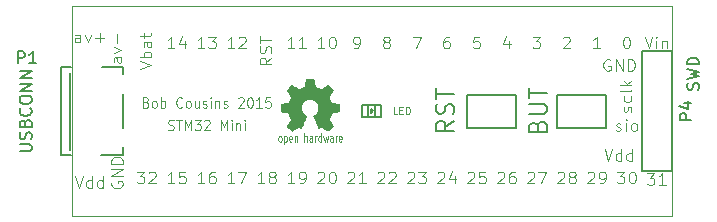
<source format=gto>
G04 (created by PCBNEW (2013-07-07 BZR 4022)-stable) date 03/01/2015 14:14:57*
%MOIN*%
G04 Gerber Fmt 3.4, Leading zero omitted, Abs format*
%FSLAX34Y34*%
G01*
G70*
G90*
G04 APERTURE LIST*
%ADD10C,0.00590551*%
%ADD11C,0.00393701*%
%ADD12C,0.0039*%
%ADD13C,0.008*%
%ADD14C,0.005*%
%ADD15C,0.00295276*%
%ADD16C,0.0001*%
%ADD17C,0.0047*%
G04 APERTURE END LIST*
G54D10*
G54D11*
X112Y1334D02*
X243Y940D01*
X375Y1334D01*
X674Y940D02*
X674Y1334D01*
X674Y959D02*
X637Y940D01*
X562Y940D01*
X525Y959D01*
X506Y978D01*
X487Y1015D01*
X487Y1128D01*
X506Y1165D01*
X525Y1184D01*
X562Y1203D01*
X637Y1203D01*
X674Y1184D01*
X1031Y940D02*
X1031Y1334D01*
X1031Y959D02*
X993Y940D01*
X918Y940D01*
X881Y959D01*
X862Y978D01*
X843Y1015D01*
X843Y1128D01*
X862Y1165D01*
X881Y1184D01*
X918Y1203D01*
X993Y1203D01*
X1031Y1184D01*
X1334Y1150D02*
X1315Y1112D01*
X1315Y1056D01*
X1334Y1000D01*
X1371Y962D01*
X1409Y943D01*
X1484Y925D01*
X1540Y925D01*
X1615Y943D01*
X1653Y962D01*
X1690Y1000D01*
X1709Y1056D01*
X1709Y1093D01*
X1690Y1150D01*
X1671Y1168D01*
X1540Y1168D01*
X1540Y1093D01*
X1709Y1337D02*
X1315Y1337D01*
X1709Y1562D01*
X1315Y1562D01*
X1709Y1749D02*
X1315Y1749D01*
X1315Y1843D01*
X1334Y1899D01*
X1371Y1937D01*
X1409Y1956D01*
X1484Y1974D01*
X1540Y1974D01*
X1615Y1956D01*
X1653Y1937D01*
X1690Y1899D01*
X1709Y1843D01*
X1709Y1749D01*
X2181Y1484D02*
X2425Y1484D01*
X2293Y1334D01*
X2350Y1334D01*
X2387Y1315D01*
X2406Y1296D01*
X2425Y1259D01*
X2425Y1165D01*
X2406Y1128D01*
X2387Y1109D01*
X2350Y1090D01*
X2237Y1090D01*
X2200Y1109D01*
X2181Y1128D01*
X2574Y1446D02*
X2593Y1465D01*
X2631Y1484D01*
X2724Y1484D01*
X2762Y1465D01*
X2781Y1446D01*
X2799Y1409D01*
X2799Y1371D01*
X2781Y1315D01*
X2556Y1090D01*
X2799Y1090D01*
X3425Y1090D02*
X3200Y1090D01*
X3312Y1090D02*
X3312Y1484D01*
X3275Y1428D01*
X3237Y1390D01*
X3200Y1371D01*
X3781Y1484D02*
X3593Y1484D01*
X3574Y1296D01*
X3593Y1315D01*
X3631Y1334D01*
X3724Y1334D01*
X3762Y1315D01*
X3781Y1296D01*
X3799Y1259D01*
X3799Y1165D01*
X3781Y1128D01*
X3762Y1109D01*
X3724Y1090D01*
X3631Y1090D01*
X3593Y1109D01*
X3574Y1128D01*
X4425Y1090D02*
X4200Y1090D01*
X4312Y1090D02*
X4312Y1484D01*
X4275Y1428D01*
X4237Y1390D01*
X4200Y1371D01*
X4762Y1484D02*
X4687Y1484D01*
X4649Y1465D01*
X4631Y1446D01*
X4593Y1390D01*
X4574Y1315D01*
X4574Y1165D01*
X4593Y1128D01*
X4612Y1109D01*
X4649Y1090D01*
X4724Y1090D01*
X4762Y1109D01*
X4781Y1128D01*
X4799Y1165D01*
X4799Y1259D01*
X4781Y1296D01*
X4762Y1315D01*
X4724Y1334D01*
X4649Y1334D01*
X4612Y1315D01*
X4593Y1296D01*
X4574Y1259D01*
X5425Y1090D02*
X5200Y1090D01*
X5312Y1090D02*
X5312Y1484D01*
X5275Y1428D01*
X5237Y1390D01*
X5200Y1371D01*
X5556Y1484D02*
X5818Y1484D01*
X5649Y1090D01*
X6425Y1090D02*
X6200Y1090D01*
X6312Y1090D02*
X6312Y1484D01*
X6275Y1428D01*
X6237Y1390D01*
X6200Y1371D01*
X6649Y1315D02*
X6612Y1334D01*
X6593Y1353D01*
X6574Y1390D01*
X6574Y1409D01*
X6593Y1446D01*
X6612Y1465D01*
X6649Y1484D01*
X6724Y1484D01*
X6762Y1465D01*
X6781Y1446D01*
X6799Y1409D01*
X6799Y1390D01*
X6781Y1353D01*
X6762Y1334D01*
X6724Y1315D01*
X6649Y1315D01*
X6612Y1296D01*
X6593Y1278D01*
X6574Y1240D01*
X6574Y1165D01*
X6593Y1128D01*
X6612Y1109D01*
X6649Y1090D01*
X6724Y1090D01*
X6762Y1109D01*
X6781Y1128D01*
X6799Y1165D01*
X6799Y1240D01*
X6781Y1278D01*
X6762Y1296D01*
X6724Y1315D01*
X7425Y1090D02*
X7200Y1090D01*
X7312Y1090D02*
X7312Y1484D01*
X7275Y1428D01*
X7237Y1390D01*
X7200Y1371D01*
X7612Y1090D02*
X7687Y1090D01*
X7724Y1109D01*
X7743Y1128D01*
X7781Y1184D01*
X7799Y1259D01*
X7799Y1409D01*
X7781Y1446D01*
X7762Y1465D01*
X7724Y1484D01*
X7649Y1484D01*
X7612Y1465D01*
X7593Y1446D01*
X7574Y1409D01*
X7574Y1315D01*
X7593Y1278D01*
X7612Y1259D01*
X7649Y1240D01*
X7724Y1240D01*
X7762Y1259D01*
X7781Y1278D01*
X7799Y1315D01*
X8200Y1446D02*
X8218Y1465D01*
X8256Y1484D01*
X8350Y1484D01*
X8387Y1465D01*
X8406Y1446D01*
X8425Y1409D01*
X8425Y1371D01*
X8406Y1315D01*
X8181Y1090D01*
X8425Y1090D01*
X8668Y1484D02*
X8706Y1484D01*
X8743Y1465D01*
X8762Y1446D01*
X8781Y1409D01*
X8799Y1334D01*
X8799Y1240D01*
X8781Y1165D01*
X8762Y1128D01*
X8743Y1109D01*
X8706Y1090D01*
X8668Y1090D01*
X8631Y1109D01*
X8612Y1128D01*
X8593Y1165D01*
X8574Y1240D01*
X8574Y1334D01*
X8593Y1409D01*
X8612Y1446D01*
X8631Y1465D01*
X8668Y1484D01*
X9200Y1446D02*
X9218Y1465D01*
X9256Y1484D01*
X9350Y1484D01*
X9387Y1465D01*
X9406Y1446D01*
X9425Y1409D01*
X9425Y1371D01*
X9406Y1315D01*
X9181Y1090D01*
X9425Y1090D01*
X9799Y1090D02*
X9574Y1090D01*
X9687Y1090D02*
X9687Y1484D01*
X9649Y1428D01*
X9612Y1390D01*
X9574Y1371D01*
X10200Y1446D02*
X10218Y1465D01*
X10256Y1484D01*
X10350Y1484D01*
X10387Y1465D01*
X10406Y1446D01*
X10425Y1409D01*
X10425Y1371D01*
X10406Y1315D01*
X10181Y1090D01*
X10425Y1090D01*
X10574Y1446D02*
X10593Y1465D01*
X10631Y1484D01*
X10724Y1484D01*
X10762Y1465D01*
X10781Y1446D01*
X10799Y1409D01*
X10799Y1371D01*
X10781Y1315D01*
X10556Y1090D01*
X10799Y1090D01*
X11200Y1446D02*
X11218Y1465D01*
X11256Y1484D01*
X11350Y1484D01*
X11387Y1465D01*
X11406Y1446D01*
X11425Y1409D01*
X11425Y1371D01*
X11406Y1315D01*
X11181Y1090D01*
X11425Y1090D01*
X11556Y1484D02*
X11799Y1484D01*
X11668Y1334D01*
X11724Y1334D01*
X11762Y1315D01*
X11781Y1296D01*
X11799Y1259D01*
X11799Y1165D01*
X11781Y1128D01*
X11762Y1109D01*
X11724Y1090D01*
X11612Y1090D01*
X11574Y1109D01*
X11556Y1128D01*
X12200Y1446D02*
X12218Y1465D01*
X12256Y1484D01*
X12350Y1484D01*
X12387Y1465D01*
X12406Y1446D01*
X12425Y1409D01*
X12425Y1371D01*
X12406Y1315D01*
X12181Y1090D01*
X12425Y1090D01*
X12762Y1353D02*
X12762Y1090D01*
X12668Y1503D02*
X12574Y1221D01*
X12818Y1221D01*
X13200Y1446D02*
X13218Y1465D01*
X13256Y1484D01*
X13350Y1484D01*
X13387Y1465D01*
X13406Y1446D01*
X13425Y1409D01*
X13425Y1371D01*
X13406Y1315D01*
X13181Y1090D01*
X13425Y1090D01*
X13781Y1484D02*
X13593Y1484D01*
X13574Y1296D01*
X13593Y1315D01*
X13631Y1334D01*
X13724Y1334D01*
X13762Y1315D01*
X13781Y1296D01*
X13799Y1259D01*
X13799Y1165D01*
X13781Y1128D01*
X13762Y1109D01*
X13724Y1090D01*
X13631Y1090D01*
X13593Y1109D01*
X13574Y1128D01*
X14200Y1446D02*
X14218Y1465D01*
X14256Y1484D01*
X14350Y1484D01*
X14387Y1465D01*
X14406Y1446D01*
X14425Y1409D01*
X14425Y1371D01*
X14406Y1315D01*
X14181Y1090D01*
X14425Y1090D01*
X14762Y1484D02*
X14687Y1484D01*
X14649Y1465D01*
X14631Y1446D01*
X14593Y1390D01*
X14574Y1315D01*
X14574Y1165D01*
X14593Y1128D01*
X14612Y1109D01*
X14649Y1090D01*
X14724Y1090D01*
X14762Y1109D01*
X14781Y1128D01*
X14799Y1165D01*
X14799Y1259D01*
X14781Y1296D01*
X14762Y1315D01*
X14724Y1334D01*
X14649Y1334D01*
X14612Y1315D01*
X14593Y1296D01*
X14574Y1259D01*
X15200Y1446D02*
X15218Y1465D01*
X15256Y1484D01*
X15350Y1484D01*
X15387Y1465D01*
X15406Y1446D01*
X15425Y1409D01*
X15425Y1371D01*
X15406Y1315D01*
X15181Y1090D01*
X15425Y1090D01*
X15556Y1484D02*
X15818Y1484D01*
X15649Y1090D01*
X16200Y1446D02*
X16218Y1465D01*
X16256Y1484D01*
X16350Y1484D01*
X16387Y1465D01*
X16406Y1446D01*
X16425Y1409D01*
X16425Y1371D01*
X16406Y1315D01*
X16181Y1090D01*
X16425Y1090D01*
X16649Y1315D02*
X16612Y1334D01*
X16593Y1353D01*
X16574Y1390D01*
X16574Y1409D01*
X16593Y1446D01*
X16612Y1465D01*
X16649Y1484D01*
X16724Y1484D01*
X16762Y1465D01*
X16781Y1446D01*
X16799Y1409D01*
X16799Y1390D01*
X16781Y1353D01*
X16762Y1334D01*
X16724Y1315D01*
X16649Y1315D01*
X16612Y1296D01*
X16593Y1278D01*
X16574Y1240D01*
X16574Y1165D01*
X16593Y1128D01*
X16612Y1109D01*
X16649Y1090D01*
X16724Y1090D01*
X16762Y1109D01*
X16781Y1128D01*
X16799Y1165D01*
X16799Y1240D01*
X16781Y1278D01*
X16762Y1296D01*
X16724Y1315D01*
X17200Y1446D02*
X17218Y1465D01*
X17256Y1484D01*
X17350Y1484D01*
X17387Y1465D01*
X17406Y1446D01*
X17425Y1409D01*
X17425Y1371D01*
X17406Y1315D01*
X17181Y1090D01*
X17425Y1090D01*
X17612Y1090D02*
X17687Y1090D01*
X17724Y1109D01*
X17743Y1128D01*
X17781Y1184D01*
X17799Y1259D01*
X17799Y1409D01*
X17781Y1446D01*
X17762Y1465D01*
X17724Y1484D01*
X17649Y1484D01*
X17612Y1465D01*
X17593Y1446D01*
X17574Y1409D01*
X17574Y1315D01*
X17593Y1278D01*
X17612Y1259D01*
X17649Y1240D01*
X17724Y1240D01*
X17762Y1259D01*
X17781Y1278D01*
X17799Y1315D01*
X18181Y1484D02*
X18425Y1484D01*
X18293Y1334D01*
X18350Y1334D01*
X18387Y1315D01*
X18406Y1296D01*
X18425Y1259D01*
X18425Y1165D01*
X18406Y1128D01*
X18387Y1109D01*
X18350Y1090D01*
X18237Y1090D01*
X18200Y1109D01*
X18181Y1128D01*
X18668Y1484D02*
X18706Y1484D01*
X18743Y1465D01*
X18762Y1446D01*
X18781Y1409D01*
X18799Y1334D01*
X18799Y1240D01*
X18781Y1165D01*
X18762Y1128D01*
X18743Y1109D01*
X18706Y1090D01*
X18668Y1090D01*
X18631Y1109D01*
X18612Y1128D01*
X18593Y1165D01*
X18574Y1240D01*
X18574Y1334D01*
X18593Y1409D01*
X18612Y1446D01*
X18631Y1465D01*
X18668Y1484D01*
X19181Y1434D02*
X19425Y1434D01*
X19293Y1284D01*
X19350Y1284D01*
X19387Y1265D01*
X19406Y1246D01*
X19425Y1209D01*
X19425Y1115D01*
X19406Y1078D01*
X19387Y1059D01*
X19350Y1040D01*
X19237Y1040D01*
X19200Y1059D01*
X19181Y1078D01*
X19799Y1040D02*
X19574Y1040D01*
X19687Y1040D02*
X19687Y1434D01*
X19649Y1378D01*
X19612Y1340D01*
X19574Y1321D01*
X17762Y2234D02*
X17893Y1840D01*
X18025Y2234D01*
X18324Y1840D02*
X18324Y2234D01*
X18324Y1859D02*
X18287Y1840D01*
X18212Y1840D01*
X18175Y1859D01*
X18156Y1878D01*
X18137Y1915D01*
X18137Y2028D01*
X18156Y2065D01*
X18175Y2084D01*
X18212Y2103D01*
X18287Y2103D01*
X18324Y2084D01*
X18681Y1840D02*
X18681Y2234D01*
X18681Y1859D02*
X18643Y1840D01*
X18568Y1840D01*
X18531Y1859D01*
X18512Y1878D01*
X18493Y1915D01*
X18493Y2028D01*
X18512Y2065D01*
X18531Y2084D01*
X18568Y2103D01*
X18643Y2103D01*
X18681Y2084D01*
X18143Y2859D02*
X18181Y2840D01*
X18256Y2840D01*
X18293Y2859D01*
X18312Y2896D01*
X18312Y2915D01*
X18293Y2953D01*
X18256Y2971D01*
X18200Y2971D01*
X18162Y2990D01*
X18143Y3028D01*
X18143Y3046D01*
X18162Y3084D01*
X18200Y3103D01*
X18256Y3103D01*
X18293Y3084D01*
X18481Y2840D02*
X18481Y3103D01*
X18481Y3234D02*
X18462Y3215D01*
X18481Y3196D01*
X18500Y3215D01*
X18481Y3234D01*
X18481Y3196D01*
X18724Y2840D02*
X18687Y2859D01*
X18668Y2878D01*
X18649Y2915D01*
X18649Y3028D01*
X18668Y3065D01*
X18687Y3084D01*
X18724Y3103D01*
X18781Y3103D01*
X18818Y3084D01*
X18837Y3065D01*
X18856Y3028D01*
X18856Y2915D01*
X18837Y2878D01*
X18818Y2859D01*
X18781Y2840D01*
X18724Y2840D01*
X18640Y3484D02*
X18659Y3521D01*
X18659Y3596D01*
X18640Y3634D01*
X18603Y3653D01*
X18584Y3653D01*
X18546Y3634D01*
X18528Y3596D01*
X18528Y3540D01*
X18509Y3503D01*
X18471Y3484D01*
X18453Y3484D01*
X18415Y3503D01*
X18396Y3540D01*
X18396Y3596D01*
X18415Y3634D01*
X18640Y3990D02*
X18659Y3953D01*
X18659Y3878D01*
X18640Y3840D01*
X18621Y3821D01*
X18584Y3803D01*
X18471Y3803D01*
X18434Y3821D01*
X18415Y3840D01*
X18396Y3878D01*
X18396Y3953D01*
X18415Y3990D01*
X18659Y4215D02*
X18640Y4178D01*
X18603Y4159D01*
X18265Y4159D01*
X18659Y4365D02*
X18265Y4365D01*
X18509Y4403D02*
X18659Y4515D01*
X18396Y4515D02*
X18546Y4365D01*
X17950Y5215D02*
X17912Y5234D01*
X17856Y5234D01*
X17800Y5215D01*
X17762Y5178D01*
X17743Y5140D01*
X17725Y5065D01*
X17725Y5009D01*
X17743Y4934D01*
X17762Y4896D01*
X17800Y4859D01*
X17856Y4840D01*
X17893Y4840D01*
X17950Y4859D01*
X17968Y4878D01*
X17968Y5009D01*
X17893Y5009D01*
X18137Y4840D02*
X18137Y5234D01*
X18362Y4840D01*
X18362Y5234D01*
X18549Y4840D02*
X18549Y5234D01*
X18643Y5234D01*
X18699Y5215D01*
X18737Y5178D01*
X18756Y5140D01*
X18774Y5065D01*
X18774Y5009D01*
X18756Y4934D01*
X18737Y4896D01*
X18699Y4859D01*
X18643Y4840D01*
X18549Y4840D01*
X19096Y5984D02*
X19228Y5590D01*
X19359Y5984D01*
X19490Y5590D02*
X19490Y5853D01*
X19490Y5984D02*
X19471Y5965D01*
X19490Y5946D01*
X19509Y5965D01*
X19490Y5984D01*
X19490Y5946D01*
X19678Y5853D02*
X19678Y5590D01*
X19678Y5815D02*
X19696Y5834D01*
X19734Y5853D01*
X19790Y5853D01*
X19828Y5834D01*
X19846Y5796D01*
X19846Y5590D01*
X18481Y5984D02*
X18518Y5984D01*
X18556Y5965D01*
X18574Y5946D01*
X18593Y5909D01*
X18612Y5834D01*
X18612Y5740D01*
X18593Y5665D01*
X18574Y5628D01*
X18556Y5609D01*
X18518Y5590D01*
X18481Y5590D01*
X18443Y5609D01*
X18425Y5628D01*
X18406Y5665D01*
X18387Y5740D01*
X18387Y5834D01*
X18406Y5909D01*
X18425Y5946D01*
X18443Y5965D01*
X18481Y5984D01*
X17612Y5590D02*
X17387Y5590D01*
X17500Y5590D02*
X17500Y5984D01*
X17462Y5928D01*
X17425Y5890D01*
X17387Y5871D01*
X16387Y5946D02*
X16406Y5965D01*
X16443Y5984D01*
X16537Y5984D01*
X16574Y5965D01*
X16593Y5946D01*
X16612Y5909D01*
X16612Y5871D01*
X16593Y5815D01*
X16368Y5590D01*
X16612Y5590D01*
X15368Y5984D02*
X15612Y5984D01*
X15481Y5834D01*
X15537Y5834D01*
X15574Y5815D01*
X15593Y5796D01*
X15612Y5759D01*
X15612Y5665D01*
X15593Y5628D01*
X15574Y5609D01*
X15537Y5590D01*
X15425Y5590D01*
X15387Y5609D01*
X15368Y5628D01*
X14574Y5853D02*
X14574Y5590D01*
X14481Y6003D02*
X14387Y5721D01*
X14631Y5721D01*
X13593Y5984D02*
X13406Y5984D01*
X13387Y5796D01*
X13406Y5815D01*
X13443Y5834D01*
X13537Y5834D01*
X13574Y5815D01*
X13593Y5796D01*
X13612Y5759D01*
X13612Y5665D01*
X13593Y5628D01*
X13574Y5609D01*
X13537Y5590D01*
X13443Y5590D01*
X13406Y5609D01*
X13387Y5628D01*
X12574Y5984D02*
X12500Y5984D01*
X12462Y5965D01*
X12443Y5946D01*
X12406Y5890D01*
X12387Y5815D01*
X12387Y5665D01*
X12406Y5628D01*
X12425Y5609D01*
X12462Y5590D01*
X12537Y5590D01*
X12574Y5609D01*
X12593Y5628D01*
X12612Y5665D01*
X12612Y5759D01*
X12593Y5796D01*
X12574Y5815D01*
X12537Y5834D01*
X12462Y5834D01*
X12425Y5815D01*
X12406Y5796D01*
X12387Y5759D01*
X11368Y5984D02*
X11631Y5984D01*
X11462Y5590D01*
X10462Y5815D02*
X10425Y5834D01*
X10406Y5853D01*
X10387Y5890D01*
X10387Y5909D01*
X10406Y5946D01*
X10425Y5965D01*
X10462Y5984D01*
X10537Y5984D01*
X10574Y5965D01*
X10593Y5946D01*
X10612Y5909D01*
X10612Y5890D01*
X10593Y5853D01*
X10574Y5834D01*
X10537Y5815D01*
X10462Y5815D01*
X10425Y5796D01*
X10406Y5778D01*
X10387Y5740D01*
X10387Y5665D01*
X10406Y5628D01*
X10425Y5609D01*
X10462Y5590D01*
X10537Y5590D01*
X10574Y5609D01*
X10593Y5628D01*
X10612Y5665D01*
X10612Y5740D01*
X10593Y5778D01*
X10574Y5796D01*
X10537Y5815D01*
X9425Y5590D02*
X9500Y5590D01*
X9537Y5609D01*
X9556Y5628D01*
X9593Y5684D01*
X9612Y5759D01*
X9612Y5909D01*
X9593Y5946D01*
X9574Y5965D01*
X9537Y5984D01*
X9462Y5984D01*
X9425Y5965D01*
X9406Y5946D01*
X9387Y5909D01*
X9387Y5815D01*
X9406Y5778D01*
X9425Y5759D01*
X9462Y5740D01*
X9537Y5740D01*
X9574Y5759D01*
X9593Y5778D01*
X9612Y5815D01*
X8425Y5590D02*
X8200Y5590D01*
X8312Y5590D02*
X8312Y5984D01*
X8275Y5928D01*
X8237Y5890D01*
X8200Y5871D01*
X8668Y5984D02*
X8706Y5984D01*
X8743Y5965D01*
X8762Y5946D01*
X8781Y5909D01*
X8799Y5834D01*
X8799Y5740D01*
X8781Y5665D01*
X8762Y5628D01*
X8743Y5609D01*
X8706Y5590D01*
X8668Y5590D01*
X8631Y5609D01*
X8612Y5628D01*
X8593Y5665D01*
X8574Y5740D01*
X8574Y5834D01*
X8593Y5909D01*
X8612Y5946D01*
X8631Y5965D01*
X8668Y5984D01*
X7425Y5590D02*
X7200Y5590D01*
X7312Y5590D02*
X7312Y5984D01*
X7275Y5928D01*
X7237Y5890D01*
X7200Y5871D01*
X7799Y5590D02*
X7574Y5590D01*
X7687Y5590D02*
X7687Y5984D01*
X7649Y5928D01*
X7612Y5890D01*
X7574Y5871D01*
X6659Y5284D02*
X6471Y5153D01*
X6659Y5059D02*
X6265Y5059D01*
X6265Y5209D01*
X6284Y5246D01*
X6303Y5265D01*
X6340Y5284D01*
X6396Y5284D01*
X6434Y5265D01*
X6453Y5246D01*
X6471Y5209D01*
X6471Y5059D01*
X6640Y5434D02*
X6659Y5490D01*
X6659Y5584D01*
X6640Y5621D01*
X6621Y5640D01*
X6584Y5659D01*
X6546Y5659D01*
X6509Y5640D01*
X6490Y5621D01*
X6471Y5584D01*
X6453Y5509D01*
X6434Y5471D01*
X6415Y5453D01*
X6378Y5434D01*
X6340Y5434D01*
X6303Y5453D01*
X6284Y5471D01*
X6265Y5509D01*
X6265Y5603D01*
X6284Y5659D01*
X6265Y5771D02*
X6265Y5996D01*
X6659Y5884D02*
X6265Y5884D01*
X5425Y5590D02*
X5200Y5590D01*
X5312Y5590D02*
X5312Y5984D01*
X5275Y5928D01*
X5237Y5890D01*
X5200Y5871D01*
X5574Y5946D02*
X5593Y5965D01*
X5631Y5984D01*
X5724Y5984D01*
X5762Y5965D01*
X5781Y5946D01*
X5799Y5909D01*
X5799Y5871D01*
X5781Y5815D01*
X5556Y5590D01*
X5799Y5590D01*
X4425Y5590D02*
X4200Y5590D01*
X4312Y5590D02*
X4312Y5984D01*
X4275Y5928D01*
X4237Y5890D01*
X4200Y5871D01*
X4556Y5984D02*
X4799Y5984D01*
X4668Y5834D01*
X4724Y5834D01*
X4762Y5815D01*
X4781Y5796D01*
X4799Y5759D01*
X4799Y5665D01*
X4781Y5628D01*
X4762Y5609D01*
X4724Y5590D01*
X4612Y5590D01*
X4574Y5609D01*
X4556Y5628D01*
X3425Y5590D02*
X3200Y5590D01*
X3312Y5590D02*
X3312Y5984D01*
X3275Y5928D01*
X3237Y5890D01*
X3200Y5871D01*
X3762Y5853D02*
X3762Y5590D01*
X3668Y6003D02*
X3574Y5721D01*
X3818Y5721D01*
X2265Y4900D02*
X2659Y5031D01*
X2265Y5162D01*
X2659Y5293D02*
X2265Y5293D01*
X2415Y5293D02*
X2396Y5331D01*
X2396Y5406D01*
X2415Y5443D01*
X2434Y5462D01*
X2471Y5481D01*
X2584Y5481D01*
X2621Y5462D01*
X2640Y5443D01*
X2659Y5406D01*
X2659Y5331D01*
X2640Y5293D01*
X2659Y5818D02*
X2453Y5818D01*
X2415Y5799D01*
X2396Y5762D01*
X2396Y5687D01*
X2415Y5649D01*
X2640Y5818D02*
X2659Y5781D01*
X2659Y5687D01*
X2640Y5649D01*
X2603Y5631D01*
X2565Y5631D01*
X2528Y5649D01*
X2509Y5687D01*
X2509Y5781D01*
X2490Y5818D01*
X2396Y5949D02*
X2396Y6099D01*
X2265Y6006D02*
X2603Y6006D01*
X2640Y6024D01*
X2659Y6062D01*
X2659Y6099D01*
X1659Y5290D02*
X1453Y5290D01*
X1415Y5271D01*
X1396Y5234D01*
X1396Y5159D01*
X1415Y5121D01*
X1640Y5290D02*
X1659Y5253D01*
X1659Y5159D01*
X1640Y5121D01*
X1603Y5103D01*
X1565Y5103D01*
X1528Y5121D01*
X1509Y5159D01*
X1509Y5253D01*
X1490Y5290D01*
X1396Y5440D02*
X1659Y5534D01*
X1396Y5628D01*
X1509Y5778D02*
X1509Y6078D01*
X290Y5790D02*
X290Y5996D01*
X271Y6034D01*
X234Y6053D01*
X159Y6053D01*
X121Y6034D01*
X290Y5809D02*
X253Y5790D01*
X159Y5790D01*
X121Y5809D01*
X103Y5846D01*
X103Y5884D01*
X121Y5921D01*
X159Y5940D01*
X253Y5940D01*
X290Y5959D01*
X440Y6053D02*
X534Y5790D01*
X628Y6053D01*
X778Y5940D02*
X1078Y5940D01*
X928Y5790D02*
X928Y6090D01*
X0Y7000D02*
X0Y0D01*
X20000Y7000D02*
X0Y7000D01*
X20000Y0D02*
X20000Y7000D01*
X0Y0D02*
X20000Y0D01*
G54D12*
X2482Y3792D02*
X2527Y3775D01*
X2542Y3758D01*
X2557Y3724D01*
X2557Y3674D01*
X2542Y3640D01*
X2527Y3623D01*
X2497Y3606D01*
X2377Y3606D01*
X2377Y3960D01*
X2482Y3960D01*
X2512Y3943D01*
X2527Y3927D01*
X2542Y3893D01*
X2542Y3859D01*
X2527Y3825D01*
X2512Y3809D01*
X2482Y3792D01*
X2377Y3792D01*
X2737Y3606D02*
X2707Y3623D01*
X2692Y3640D01*
X2677Y3674D01*
X2677Y3775D01*
X2692Y3809D01*
X2707Y3825D01*
X2737Y3842D01*
X2782Y3842D01*
X2812Y3825D01*
X2827Y3809D01*
X2842Y3775D01*
X2842Y3674D01*
X2827Y3640D01*
X2812Y3623D01*
X2782Y3606D01*
X2737Y3606D01*
X2977Y3606D02*
X2977Y3960D01*
X2977Y3825D02*
X3007Y3842D01*
X3067Y3842D01*
X3097Y3825D01*
X3112Y3809D01*
X3127Y3775D01*
X3127Y3674D01*
X3112Y3640D01*
X3097Y3623D01*
X3067Y3606D01*
X3007Y3606D01*
X2977Y3623D01*
X3682Y3640D02*
X3667Y3623D01*
X3622Y3606D01*
X3592Y3606D01*
X3547Y3623D01*
X3517Y3657D01*
X3502Y3691D01*
X3487Y3758D01*
X3487Y3809D01*
X3502Y3876D01*
X3517Y3910D01*
X3547Y3943D01*
X3592Y3960D01*
X3622Y3960D01*
X3667Y3943D01*
X3682Y3927D01*
X3862Y3606D02*
X3832Y3623D01*
X3817Y3640D01*
X3802Y3674D01*
X3802Y3775D01*
X3817Y3809D01*
X3832Y3825D01*
X3862Y3842D01*
X3907Y3842D01*
X3937Y3825D01*
X3952Y3809D01*
X3967Y3775D01*
X3967Y3674D01*
X3952Y3640D01*
X3937Y3623D01*
X3907Y3606D01*
X3862Y3606D01*
X4237Y3842D02*
X4237Y3606D01*
X4102Y3842D02*
X4102Y3657D01*
X4117Y3623D01*
X4147Y3606D01*
X4192Y3606D01*
X4222Y3623D01*
X4237Y3640D01*
X4372Y3623D02*
X4402Y3606D01*
X4462Y3606D01*
X4492Y3623D01*
X4507Y3657D01*
X4507Y3674D01*
X4492Y3707D01*
X4462Y3724D01*
X4417Y3724D01*
X4387Y3741D01*
X4372Y3775D01*
X4372Y3792D01*
X4387Y3825D01*
X4417Y3842D01*
X4462Y3842D01*
X4492Y3825D01*
X4642Y3606D02*
X4642Y3842D01*
X4642Y3960D02*
X4627Y3943D01*
X4642Y3927D01*
X4657Y3943D01*
X4642Y3960D01*
X4642Y3927D01*
X4792Y3842D02*
X4792Y3606D01*
X4792Y3809D02*
X4807Y3825D01*
X4837Y3842D01*
X4882Y3842D01*
X4912Y3825D01*
X4927Y3792D01*
X4927Y3606D01*
X5062Y3623D02*
X5092Y3606D01*
X5152Y3606D01*
X5182Y3623D01*
X5197Y3657D01*
X5197Y3674D01*
X5182Y3707D01*
X5152Y3724D01*
X5107Y3724D01*
X5077Y3741D01*
X5062Y3775D01*
X5062Y3792D01*
X5077Y3825D01*
X5107Y3842D01*
X5152Y3842D01*
X5182Y3825D01*
X5557Y3927D02*
X5572Y3943D01*
X5602Y3960D01*
X5677Y3960D01*
X5707Y3943D01*
X5722Y3927D01*
X5737Y3893D01*
X5737Y3859D01*
X5722Y3809D01*
X5542Y3606D01*
X5737Y3606D01*
X5932Y3960D02*
X5962Y3960D01*
X5992Y3943D01*
X6007Y3927D01*
X6022Y3893D01*
X6037Y3825D01*
X6037Y3741D01*
X6022Y3674D01*
X6007Y3640D01*
X5992Y3623D01*
X5962Y3606D01*
X5932Y3606D01*
X5902Y3623D01*
X5887Y3640D01*
X5872Y3674D01*
X5857Y3741D01*
X5857Y3825D01*
X5872Y3893D01*
X5887Y3927D01*
X5902Y3943D01*
X5932Y3960D01*
X6337Y3606D02*
X6157Y3606D01*
X6247Y3606D02*
X6247Y3960D01*
X6217Y3910D01*
X6187Y3876D01*
X6157Y3859D01*
X6622Y3960D02*
X6472Y3960D01*
X6457Y3792D01*
X6472Y3809D01*
X6502Y3825D01*
X6577Y3825D01*
X6607Y3809D01*
X6622Y3792D01*
X6637Y3758D01*
X6637Y3674D01*
X6622Y3640D01*
X6607Y3623D01*
X6577Y3606D01*
X6502Y3606D01*
X6472Y3623D01*
X6457Y3640D01*
X3217Y2873D02*
X3262Y2856D01*
X3337Y2856D01*
X3367Y2873D01*
X3382Y2890D01*
X3397Y2924D01*
X3397Y2957D01*
X3382Y2991D01*
X3367Y3008D01*
X3337Y3025D01*
X3277Y3042D01*
X3247Y3059D01*
X3232Y3075D01*
X3217Y3109D01*
X3217Y3143D01*
X3232Y3177D01*
X3247Y3193D01*
X3277Y3210D01*
X3352Y3210D01*
X3397Y3193D01*
X3487Y3210D02*
X3667Y3210D01*
X3577Y2856D02*
X3577Y3210D01*
X3772Y2856D02*
X3772Y3210D01*
X3877Y2957D01*
X3982Y3210D01*
X3982Y2856D01*
X4102Y3210D02*
X4297Y3210D01*
X4192Y3075D01*
X4237Y3075D01*
X4267Y3059D01*
X4282Y3042D01*
X4297Y3008D01*
X4297Y2924D01*
X4282Y2890D01*
X4267Y2873D01*
X4237Y2856D01*
X4147Y2856D01*
X4117Y2873D01*
X4102Y2890D01*
X4417Y3177D02*
X4432Y3193D01*
X4462Y3210D01*
X4537Y3210D01*
X4567Y3193D01*
X4582Y3177D01*
X4597Y3143D01*
X4597Y3109D01*
X4582Y3059D01*
X4402Y2856D01*
X4597Y2856D01*
X4972Y2856D02*
X4972Y3210D01*
X5077Y2957D01*
X5182Y3210D01*
X5182Y2856D01*
X5332Y2856D02*
X5332Y3092D01*
X5332Y3210D02*
X5317Y3193D01*
X5332Y3177D01*
X5347Y3193D01*
X5332Y3210D01*
X5332Y3177D01*
X5482Y3092D02*
X5482Y2856D01*
X5482Y3059D02*
X5497Y3075D01*
X5527Y3092D01*
X5572Y3092D01*
X5602Y3075D01*
X5617Y3042D01*
X5617Y2856D01*
X5767Y2856D02*
X5767Y3092D01*
X5767Y3210D02*
X5752Y3193D01*
X5767Y3177D01*
X5782Y3193D01*
X5767Y3210D01*
X5767Y3177D01*
G54D10*
X17826Y2948D02*
X17826Y4051D01*
X17826Y4051D02*
X16173Y4051D01*
X16173Y4051D02*
X16173Y2948D01*
X17826Y2948D02*
X16173Y2948D01*
X13173Y4051D02*
X13173Y2948D01*
X13173Y2948D02*
X14826Y2948D01*
X14826Y2948D02*
X14826Y4051D01*
X13173Y4051D02*
X14826Y4051D01*
X19000Y5500D02*
X19000Y1500D01*
X19000Y1500D02*
X20000Y1500D01*
X20000Y1500D02*
X20000Y5500D01*
X20000Y5500D02*
X19000Y5500D01*
G54D13*
X-71Y4780D02*
X-71Y2220D01*
X992Y2024D02*
X1701Y2024D01*
X1701Y2024D02*
X1701Y2299D01*
X1701Y4071D02*
X1701Y2949D01*
X1012Y4976D02*
X1701Y4976D01*
X1701Y4976D02*
X1701Y4740D01*
X-346Y2024D02*
X-12Y2024D01*
X-346Y2024D02*
X-346Y4976D01*
X-346Y4976D02*
X-12Y4976D01*
G54D14*
X10118Y3303D02*
X10118Y3697D01*
X9882Y3697D02*
X9882Y3303D01*
X10000Y3461D02*
X10000Y3539D01*
X9961Y3579D02*
X9961Y3421D01*
X9961Y3421D02*
X10039Y3500D01*
X10039Y3500D02*
X9961Y3579D01*
X9685Y3697D02*
X10315Y3697D01*
X10315Y3697D02*
X10315Y3303D01*
X10315Y3303D02*
X9685Y3303D01*
X9685Y3303D02*
X9685Y3697D01*
G54D15*
X8800Y2668D02*
X8800Y2487D01*
X8835Y2668D02*
X8855Y2668D01*
X8816Y2656D02*
X8835Y2668D01*
X8808Y2648D02*
X8816Y2656D01*
X8800Y2621D02*
X8808Y2648D01*
X8973Y2487D02*
X8993Y2499D01*
X8934Y2487D02*
X8973Y2487D01*
X8918Y2499D02*
X8934Y2487D01*
X8910Y2526D02*
X8918Y2499D01*
X8910Y2633D02*
X8910Y2526D01*
X8922Y2656D02*
X8910Y2633D01*
X8938Y2668D02*
X8922Y2656D01*
X8977Y2668D02*
X8938Y2668D01*
X8993Y2652D02*
X8977Y2668D01*
X9001Y2625D02*
X8993Y2652D01*
X9001Y2577D02*
X9001Y2625D01*
X9001Y2577D02*
X8910Y2577D01*
X8705Y2633D02*
X8705Y2487D01*
X8694Y2656D02*
X8705Y2633D01*
X8678Y2668D02*
X8694Y2656D01*
X8638Y2668D02*
X8678Y2668D01*
X8619Y2656D02*
X8638Y2668D01*
X8642Y2593D02*
X8623Y2581D01*
X8690Y2593D02*
X8642Y2593D01*
X8705Y2605D02*
X8690Y2593D01*
X8686Y2487D02*
X8705Y2503D01*
X8638Y2487D02*
X8686Y2487D01*
X8619Y2503D02*
X8638Y2487D01*
X8611Y2526D02*
X8619Y2503D01*
X8611Y2554D02*
X8611Y2526D01*
X8623Y2581D02*
X8611Y2554D01*
X8394Y2668D02*
X8434Y2487D01*
X8434Y2487D02*
X8469Y2621D01*
X8469Y2621D02*
X8509Y2487D01*
X8509Y2487D02*
X8548Y2668D01*
X8320Y2499D02*
X8304Y2487D01*
X8304Y2487D02*
X8261Y2487D01*
X8261Y2487D02*
X8245Y2499D01*
X8245Y2499D02*
X8237Y2511D01*
X8237Y2511D02*
X8225Y2538D01*
X8225Y2538D02*
X8225Y2617D01*
X8225Y2617D02*
X8237Y2644D01*
X8237Y2644D02*
X8245Y2656D01*
X8245Y2656D02*
X8268Y2672D01*
X8268Y2672D02*
X8296Y2672D01*
X8296Y2672D02*
X8320Y2656D01*
X8320Y2762D02*
X8320Y2487D01*
X8115Y2621D02*
X8123Y2648D01*
X8123Y2648D02*
X8131Y2656D01*
X8131Y2656D02*
X8150Y2668D01*
X8150Y2668D02*
X8170Y2668D01*
X8115Y2668D02*
X8115Y2487D01*
X7938Y2581D02*
X7926Y2554D01*
X7926Y2554D02*
X7926Y2526D01*
X7926Y2526D02*
X7934Y2503D01*
X7934Y2503D02*
X7953Y2487D01*
X7953Y2487D02*
X8001Y2487D01*
X8001Y2487D02*
X8020Y2503D01*
X8020Y2605D02*
X8005Y2593D01*
X8005Y2593D02*
X7957Y2593D01*
X7957Y2593D02*
X7938Y2581D01*
X7934Y2656D02*
X7953Y2668D01*
X7953Y2668D02*
X7993Y2668D01*
X7993Y2668D02*
X8009Y2656D01*
X8009Y2656D02*
X8020Y2633D01*
X8020Y2633D02*
X8020Y2487D01*
X7757Y2640D02*
X7764Y2656D01*
X7764Y2656D02*
X7784Y2668D01*
X7784Y2668D02*
X7816Y2668D01*
X7816Y2668D02*
X7831Y2656D01*
X7831Y2656D02*
X7839Y2633D01*
X7839Y2633D02*
X7839Y2487D01*
X7757Y2762D02*
X7757Y2487D01*
X7343Y2577D02*
X7253Y2577D01*
X7430Y2644D02*
X7438Y2656D01*
X7438Y2656D02*
X7453Y2668D01*
X7453Y2668D02*
X7489Y2668D01*
X7489Y2668D02*
X7505Y2656D01*
X7505Y2656D02*
X7512Y2633D01*
X7512Y2633D02*
X7512Y2487D01*
X7430Y2668D02*
X7430Y2487D01*
X7343Y2577D02*
X7343Y2625D01*
X7343Y2625D02*
X7335Y2652D01*
X7335Y2652D02*
X7320Y2668D01*
X7320Y2668D02*
X7280Y2668D01*
X7280Y2668D02*
X7264Y2656D01*
X7264Y2656D02*
X7253Y2633D01*
X7253Y2633D02*
X7253Y2526D01*
X7253Y2526D02*
X7261Y2499D01*
X7261Y2499D02*
X7276Y2487D01*
X7276Y2487D02*
X7316Y2487D01*
X7316Y2487D02*
X7335Y2499D01*
X7083Y2656D02*
X7099Y2668D01*
X7099Y2668D02*
X7138Y2668D01*
X7138Y2668D02*
X7154Y2656D01*
X7154Y2656D02*
X7166Y2644D01*
X7166Y2644D02*
X7174Y2621D01*
X7174Y2621D02*
X7174Y2534D01*
X7174Y2534D02*
X7166Y2511D01*
X7166Y2511D02*
X7158Y2499D01*
X7158Y2499D02*
X7142Y2487D01*
X7142Y2487D02*
X7103Y2487D01*
X7103Y2487D02*
X7083Y2499D01*
X7083Y2392D02*
X7083Y2668D01*
X6961Y2668D02*
X6930Y2668D01*
X6930Y2668D02*
X6914Y2656D01*
X6914Y2656D02*
X6906Y2644D01*
X6906Y2644D02*
X6894Y2617D01*
X6930Y2487D02*
X6961Y2487D01*
X6961Y2487D02*
X6981Y2499D01*
X6981Y2499D02*
X6989Y2511D01*
X6989Y2511D02*
X6997Y2538D01*
X6997Y2538D02*
X6997Y2617D01*
X6997Y2617D02*
X6989Y2640D01*
X6989Y2640D02*
X6981Y2652D01*
X6981Y2652D02*
X6961Y2668D01*
X6894Y2617D02*
X6894Y2538D01*
X6894Y2538D02*
X6902Y2514D01*
X6902Y2514D02*
X6910Y2503D01*
X6910Y2503D02*
X6930Y2487D01*
G54D16*
G36*
X7354Y2816D02*
X7364Y2822D01*
X7387Y2836D01*
X7420Y2858D01*
X7459Y2884D01*
X7498Y2910D01*
X7530Y2931D01*
X7552Y2946D01*
X7562Y2951D01*
X7567Y2949D01*
X7585Y2940D01*
X7612Y2926D01*
X7628Y2918D01*
X7652Y2908D01*
X7665Y2905D01*
X7667Y2909D01*
X7676Y2928D01*
X7690Y2960D01*
X7708Y3003D01*
X7730Y3053D01*
X7752Y3106D01*
X7775Y3161D01*
X7797Y3214D01*
X7816Y3261D01*
X7832Y3299D01*
X7842Y3326D01*
X7846Y3337D01*
X7845Y3340D01*
X7832Y3352D01*
X7811Y3368D01*
X7764Y3406D01*
X7718Y3463D01*
X7690Y3528D01*
X7681Y3601D01*
X7689Y3668D01*
X7715Y3732D01*
X7760Y3790D01*
X7815Y3833D01*
X7879Y3860D01*
X7950Y3869D01*
X8018Y3861D01*
X8084Y3835D01*
X8142Y3791D01*
X8167Y3763D01*
X8201Y3704D01*
X8220Y3642D01*
X8222Y3626D01*
X8219Y3557D01*
X8199Y3490D01*
X8162Y3431D01*
X8111Y3382D01*
X8105Y3378D01*
X8082Y3360D01*
X8066Y3348D01*
X8054Y3338D01*
X8142Y3126D01*
X8156Y3093D01*
X8180Y3035D01*
X8201Y2985D01*
X8218Y2945D01*
X8230Y2919D01*
X8235Y2908D01*
X8235Y2907D01*
X8243Y2906D01*
X8259Y2912D01*
X8289Y2926D01*
X8308Y2936D01*
X8331Y2947D01*
X8341Y2951D01*
X8350Y2946D01*
X8371Y2932D01*
X8403Y2911D01*
X8441Y2886D01*
X8477Y2861D01*
X8510Y2839D01*
X8534Y2824D01*
X8546Y2817D01*
X8548Y2817D01*
X8558Y2823D01*
X8577Y2839D01*
X8606Y2866D01*
X8647Y2907D01*
X8653Y2913D01*
X8687Y2947D01*
X8714Y2976D01*
X8732Y2996D01*
X8739Y3005D01*
X8739Y3005D01*
X8733Y3017D01*
X8718Y3041D01*
X8696Y3075D01*
X8669Y3114D01*
X8599Y3216D01*
X8637Y3312D01*
X8649Y3342D01*
X8664Y3377D01*
X8675Y3403D01*
X8681Y3414D01*
X8691Y3418D01*
X8718Y3424D01*
X8756Y3432D01*
X8801Y3440D01*
X8845Y3448D01*
X8884Y3456D01*
X8912Y3461D01*
X8925Y3464D01*
X8928Y3466D01*
X8931Y3472D01*
X8932Y3485D01*
X8933Y3509D01*
X8934Y3546D01*
X8934Y3601D01*
X8934Y3607D01*
X8933Y3658D01*
X8932Y3700D01*
X8931Y3726D01*
X8929Y3737D01*
X8929Y3737D01*
X8917Y3740D01*
X8889Y3746D01*
X8850Y3753D01*
X8803Y3762D01*
X8800Y3763D01*
X8754Y3772D01*
X8715Y3780D01*
X8687Y3786D01*
X8676Y3790D01*
X8673Y3793D01*
X8664Y3811D01*
X8651Y3840D01*
X8635Y3875D01*
X8620Y3912D01*
X8607Y3945D01*
X8598Y3969D01*
X8595Y3980D01*
X8596Y3981D01*
X8603Y3992D01*
X8619Y4016D01*
X8641Y4049D01*
X8668Y4089D01*
X8670Y4092D01*
X8697Y4131D01*
X8719Y4165D01*
X8733Y4188D01*
X8739Y4199D01*
X8739Y4200D01*
X8730Y4212D01*
X8710Y4234D01*
X8681Y4264D01*
X8647Y4299D01*
X8636Y4309D01*
X8597Y4347D01*
X8571Y4371D01*
X8554Y4384D01*
X8546Y4387D01*
X8546Y4387D01*
X8534Y4380D01*
X8509Y4364D01*
X8476Y4341D01*
X8436Y4314D01*
X8433Y4312D01*
X8394Y4285D01*
X8361Y4263D01*
X8338Y4247D01*
X8327Y4241D01*
X8326Y4241D01*
X8310Y4246D01*
X8282Y4256D01*
X8247Y4269D01*
X8211Y4284D01*
X8178Y4298D01*
X8153Y4309D01*
X8141Y4316D01*
X8141Y4316D01*
X8137Y4330D01*
X8130Y4360D01*
X8122Y4400D01*
X8112Y4448D01*
X8111Y4456D01*
X8102Y4503D01*
X8095Y4542D01*
X8089Y4569D01*
X8086Y4580D01*
X8080Y4581D01*
X8057Y4583D01*
X8022Y4584D01*
X7979Y4584D01*
X7935Y4584D01*
X7892Y4583D01*
X7855Y4582D01*
X7828Y4580D01*
X7817Y4578D01*
X7817Y4577D01*
X7813Y4562D01*
X7806Y4533D01*
X7798Y4492D01*
X7789Y4444D01*
X7787Y4435D01*
X7778Y4389D01*
X7770Y4350D01*
X7765Y4324D01*
X7762Y4313D01*
X7757Y4311D01*
X7738Y4303D01*
X7707Y4290D01*
X7668Y4274D01*
X7578Y4238D01*
X7467Y4313D01*
X7457Y4320D01*
X7417Y4347D01*
X7385Y4369D01*
X7362Y4384D01*
X7353Y4389D01*
X7352Y4389D01*
X7341Y4379D01*
X7319Y4358D01*
X7289Y4329D01*
X7254Y4295D01*
X7229Y4269D01*
X7198Y4238D01*
X7179Y4217D01*
X7168Y4204D01*
X7165Y4196D01*
X7166Y4190D01*
X7173Y4179D01*
X7189Y4155D01*
X7212Y4121D01*
X7239Y4082D01*
X7261Y4049D01*
X7285Y4012D01*
X7300Y3986D01*
X7306Y3973D01*
X7304Y3968D01*
X7297Y3946D01*
X7283Y3913D01*
X7267Y3874D01*
X7228Y3787D01*
X7171Y3776D01*
X7136Y3769D01*
X7088Y3760D01*
X7041Y3751D01*
X6969Y3737D01*
X6966Y3471D01*
X6977Y3466D01*
X6988Y3463D01*
X7015Y3457D01*
X7053Y3449D01*
X7099Y3441D01*
X7137Y3434D01*
X7176Y3426D01*
X7204Y3421D01*
X7216Y3418D01*
X7220Y3414D01*
X7229Y3395D01*
X7243Y3365D01*
X7259Y3329D01*
X7274Y3292D01*
X7288Y3257D01*
X7297Y3231D01*
X7301Y3218D01*
X7296Y3207D01*
X7281Y3184D01*
X7260Y3152D01*
X7233Y3113D01*
X7207Y3075D01*
X7184Y3042D01*
X7169Y3018D01*
X7162Y3007D01*
X7166Y3000D01*
X7181Y2981D01*
X7210Y2951D01*
X7254Y2908D01*
X7261Y2901D01*
X7295Y2868D01*
X7324Y2841D01*
X7345Y2823D01*
X7354Y2816D01*
X7354Y2816D01*
G37*
G54D13*
X15528Y3000D02*
X15557Y3085D01*
X15585Y3114D01*
X15642Y3142D01*
X15728Y3142D01*
X15785Y3114D01*
X15814Y3085D01*
X15842Y3028D01*
X15842Y2800D01*
X15242Y2800D01*
X15242Y3000D01*
X15271Y3057D01*
X15300Y3085D01*
X15357Y3114D01*
X15414Y3114D01*
X15471Y3085D01*
X15500Y3057D01*
X15528Y3000D01*
X15528Y2800D01*
X15242Y3400D02*
X15728Y3400D01*
X15785Y3428D01*
X15814Y3457D01*
X15842Y3514D01*
X15842Y3628D01*
X15814Y3685D01*
X15785Y3714D01*
X15728Y3742D01*
X15242Y3742D01*
X15242Y3942D02*
X15242Y4285D01*
X15842Y4114D02*
X15242Y4114D01*
X12742Y3171D02*
X12457Y2971D01*
X12742Y2828D02*
X12142Y2828D01*
X12142Y3057D01*
X12171Y3114D01*
X12200Y3142D01*
X12257Y3171D01*
X12342Y3171D01*
X12400Y3142D01*
X12428Y3114D01*
X12457Y3057D01*
X12457Y2828D01*
X12714Y3400D02*
X12742Y3485D01*
X12742Y3628D01*
X12714Y3685D01*
X12685Y3714D01*
X12628Y3742D01*
X12571Y3742D01*
X12514Y3714D01*
X12485Y3685D01*
X12457Y3628D01*
X12428Y3514D01*
X12400Y3457D01*
X12371Y3428D01*
X12314Y3400D01*
X12257Y3400D01*
X12200Y3428D01*
X12171Y3457D01*
X12142Y3514D01*
X12142Y3657D01*
X12171Y3742D01*
X12142Y3914D02*
X12142Y4257D01*
X12742Y4085D02*
X12142Y4085D01*
G54D10*
X20659Y3209D02*
X20265Y3209D01*
X20265Y3359D01*
X20284Y3396D01*
X20303Y3415D01*
X20340Y3434D01*
X20396Y3434D01*
X20434Y3415D01*
X20453Y3396D01*
X20471Y3359D01*
X20471Y3209D01*
X20396Y3771D02*
X20659Y3771D01*
X20246Y3678D02*
X20528Y3584D01*
X20528Y3828D01*
X20890Y4215D02*
X20909Y4271D01*
X20909Y4365D01*
X20890Y4403D01*
X20871Y4421D01*
X20834Y4440D01*
X20796Y4440D01*
X20759Y4421D01*
X20740Y4403D01*
X20721Y4365D01*
X20703Y4290D01*
X20684Y4253D01*
X20665Y4234D01*
X20628Y4215D01*
X20590Y4215D01*
X20553Y4234D01*
X20534Y4253D01*
X20515Y4290D01*
X20515Y4384D01*
X20534Y4440D01*
X20515Y4571D02*
X20909Y4665D01*
X20628Y4740D01*
X20909Y4815D01*
X20515Y4909D01*
X20909Y5059D02*
X20515Y5059D01*
X20515Y5153D01*
X20534Y5209D01*
X20571Y5246D01*
X20609Y5265D01*
X20684Y5284D01*
X20740Y5284D01*
X20815Y5265D01*
X20853Y5246D01*
X20890Y5209D01*
X20909Y5153D01*
X20909Y5059D01*
G54D14*
X-1795Y5088D02*
X-1795Y5488D01*
X-1642Y5488D01*
X-1604Y5469D01*
X-1585Y5450D01*
X-1566Y5411D01*
X-1566Y5354D01*
X-1585Y5316D01*
X-1604Y5297D01*
X-1642Y5278D01*
X-1795Y5278D01*
X-1185Y5088D02*
X-1414Y5088D01*
X-1299Y5088D02*
X-1299Y5488D01*
X-1338Y5430D01*
X-1376Y5392D01*
X-1414Y5373D01*
X-1738Y2166D02*
X-1414Y2166D01*
X-1376Y2185D01*
X-1357Y2204D01*
X-1338Y2242D01*
X-1338Y2319D01*
X-1357Y2357D01*
X-1376Y2376D01*
X-1414Y2395D01*
X-1738Y2395D01*
X-1357Y2566D02*
X-1338Y2623D01*
X-1338Y2719D01*
X-1357Y2757D01*
X-1376Y2776D01*
X-1414Y2795D01*
X-1452Y2795D01*
X-1490Y2776D01*
X-1509Y2757D01*
X-1528Y2719D01*
X-1547Y2642D01*
X-1566Y2604D01*
X-1585Y2585D01*
X-1623Y2566D01*
X-1661Y2566D01*
X-1700Y2585D01*
X-1719Y2604D01*
X-1738Y2642D01*
X-1738Y2738D01*
X-1719Y2795D01*
X-1547Y3100D02*
X-1528Y3157D01*
X-1509Y3176D01*
X-1471Y3195D01*
X-1414Y3195D01*
X-1376Y3176D01*
X-1357Y3157D01*
X-1338Y3119D01*
X-1338Y2966D01*
X-1738Y2966D01*
X-1738Y3100D01*
X-1719Y3138D01*
X-1700Y3157D01*
X-1661Y3176D01*
X-1623Y3176D01*
X-1585Y3157D01*
X-1566Y3138D01*
X-1547Y3100D01*
X-1547Y2966D01*
X-1376Y3595D02*
X-1357Y3576D01*
X-1338Y3519D01*
X-1338Y3480D01*
X-1357Y3423D01*
X-1395Y3385D01*
X-1433Y3366D01*
X-1509Y3347D01*
X-1566Y3347D01*
X-1642Y3366D01*
X-1680Y3385D01*
X-1719Y3423D01*
X-1738Y3480D01*
X-1738Y3519D01*
X-1719Y3576D01*
X-1700Y3595D01*
X-1738Y3842D02*
X-1738Y3919D01*
X-1719Y3957D01*
X-1680Y3995D01*
X-1604Y4014D01*
X-1471Y4014D01*
X-1395Y3995D01*
X-1357Y3957D01*
X-1338Y3919D01*
X-1338Y3842D01*
X-1357Y3804D01*
X-1395Y3766D01*
X-1471Y3747D01*
X-1604Y3747D01*
X-1680Y3766D01*
X-1719Y3804D01*
X-1738Y3842D01*
X-1338Y4185D02*
X-1738Y4185D01*
X-1338Y4414D01*
X-1738Y4414D01*
X-1338Y4604D02*
X-1738Y4604D01*
X-1338Y4833D01*
X-1738Y4833D01*
G54D17*
X10848Y3404D02*
X10735Y3404D01*
X10735Y3640D01*
X10926Y3528D02*
X11005Y3528D01*
X11039Y3404D02*
X10926Y3404D01*
X10926Y3640D01*
X11039Y3640D01*
X11140Y3404D02*
X11140Y3640D01*
X11196Y3640D01*
X11230Y3629D01*
X11252Y3606D01*
X11264Y3584D01*
X11275Y3539D01*
X11275Y3505D01*
X11264Y3460D01*
X11252Y3438D01*
X11230Y3415D01*
X11196Y3404D01*
X11140Y3404D01*
M02*

</source>
